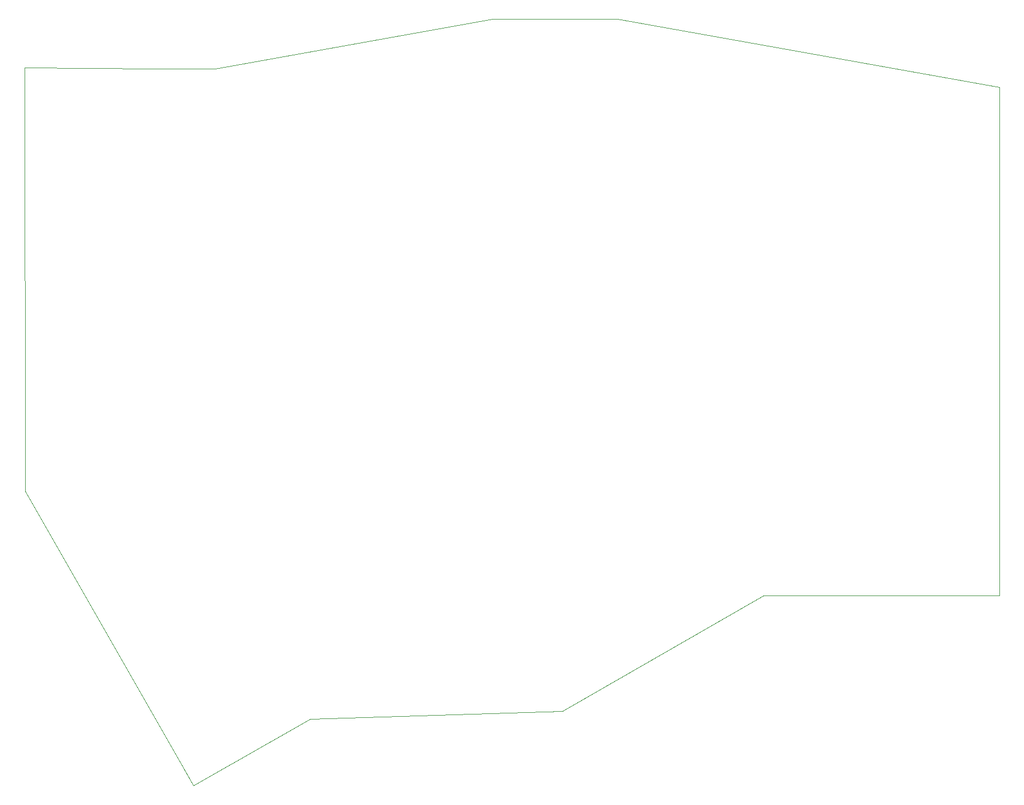
<source format=gbr>
%TF.GenerationSoftware,KiCad,Pcbnew,8.0.8*%
%TF.CreationDate,2025-02-12T11:53:30+01:00*%
%TF.ProjectId,PCB_d,5043425f-642e-46b6-9963-61645f706362,rev?*%
%TF.SameCoordinates,Original*%
%TF.FileFunction,Profile,NP*%
%FSLAX46Y46*%
G04 Gerber Fmt 4.6, Leading zero omitted, Abs format (unit mm)*
G04 Created by KiCad (PCBNEW 8.0.8) date 2025-02-12 11:53:30*
%MOMM*%
%LPD*%
G01*
G04 APERTURE LIST*
%TA.AperFunction,Profile*%
%ADD10C,0.050000*%
%TD*%
G04 APERTURE END LIST*
D10*
X280800000Y-46900000D02*
X280822400Y-124002800D01*
X245100000Y-124000000D01*
X214600000Y-141500000D01*
X176400000Y-142700000D01*
X158740000Y-152787250D01*
X133248400Y-108153200D01*
X133123200Y-43996800D01*
X152879999Y-44142500D01*
X161979999Y-44142500D01*
X204000000Y-36600000D01*
X223000000Y-36600000D01*
X280800000Y-46900000D01*
M02*

</source>
